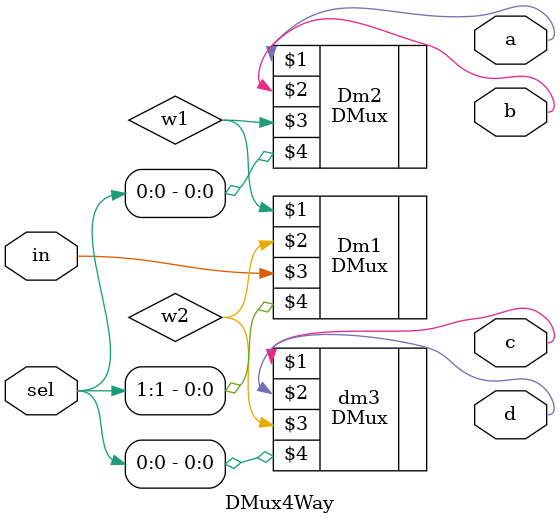
<source format=v>
/**
 * 4-way demultiplexor:
 * {a, b, c, d} = {in, 0, 0, 0} if sel == 00
 *                {0, in, 0, 0} if sel == 01
 *                {0, 0, in, 0} if sel == 10
 *                {0, 0, 0, in} if sel == 11
 */

module DMux4Way(
	input in,
	input [1:0] sel,
    output a,
	output b,
	output c,
	output d
);
	
   wire w1 ,w2;
  DMux Dm1 (w1,w2,in,sel[1]);
  DMux Dm2 (a,b,w1,sel[0]);
  DMux dm3 (c,d,w2,sel[0]);
endmodule

</source>
